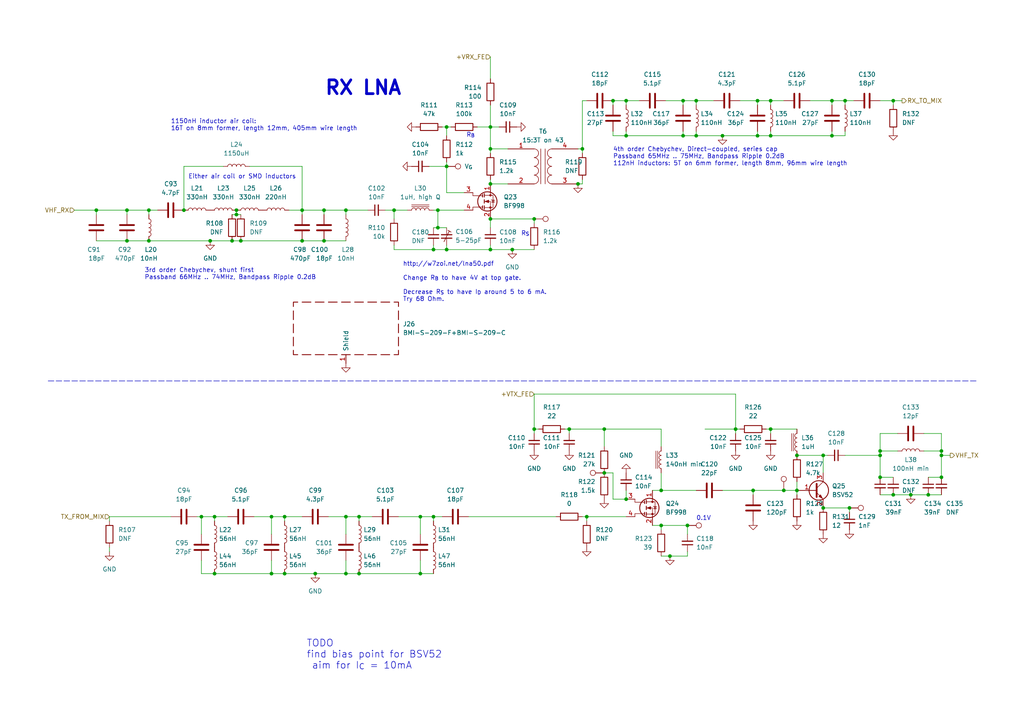
<source format=kicad_sch>
(kicad_sch (version 20211123) (generator eeschema)
  (paper "A4")
  (title_block (title "DART-70 TRX") (date "2023-03-06") (rev "0") (company "HB9EGM") (comment 1 "A 4m Band SSB/CW Transceiver") (comment 2 "VHF Frontend"))
  (junction (at 255.27 138.43))
  (junction (at 255.27 130.81))
  (junction (at 264.16 143.51))
  (junction (at 191.77 142.24))
  (junction (at 104.14 149.86))
  (junction (at 129.54 72.39))
  (junction (at 154.94 124.46))
  (junction (at 241.3 39.37))
  (junction (at 181.61 144.78))
  (junction (at 259.08 143.51))
  (junction (at 273.05 130.81))
  (junction (at 100.33 60.96))
  (junction (at 273.05 138.43))
  (junction (at 125.73 72.39))
  (junction (at 201.93 29.21))
  (junction (at 181.61 29.21))
  (junction (at 67.31 69.85))
  (junction (at 53.34 60.96))
  (junction (at 43.18 69.85))
  (junction (at 129.54 36.83))
  (junction (at 223.52 29.21))
  (junction (at 154.94 63.5))
  (junction (at 62.23 166.37))
  (junction (at 209.55 39.37))
  (junction (at 198.12 29.21))
  (junction (at 148.59 72.39))
  (junction (at 142.24 72.39))
  (junction (at 60.96 69.85))
  (junction (at 142.24 43.18))
  (junction (at 191.77 152.4))
  (junction (at 259.08 29.21))
  (junction (at 168.91 43.18))
  (junction (at 238.76 147.32))
  (junction (at 269.24 143.51))
  (junction (at 127 66.04))
  (junction (at 142.24 63.5))
  (junction (at 255.27 132.08))
  (junction (at 219.71 39.37))
  (junction (at 93.98 69.85))
  (junction (at 121.92 166.37))
  (junction (at 127 60.96))
  (junction (at 199.39 152.4))
  (junction (at 36.83 60.96))
  (junction (at 246.38 147.32))
  (junction (at 227.33 142.24))
  (junction (at 241.3 29.21))
  (junction (at 68.58 62.23))
  (junction (at 213.36 124.46))
  (junction (at 100.33 149.86))
  (junction (at 165.1 124.46))
  (junction (at 273.05 132.08))
  (junction (at 114.3 60.96))
  (junction (at 82.55 149.86))
  (junction (at 36.83 69.85))
  (junction (at 170.18 149.86))
  (junction (at 78.74 149.86))
  (junction (at 231.14 142.24))
  (junction (at 93.98 60.96))
  (junction (at 218.44 142.24))
  (junction (at 129.54 48.26))
  (junction (at 142.24 53.34))
  (junction (at 201.93 39.37))
  (junction (at 104.14 166.37))
  (junction (at 27.94 60.96))
  (junction (at 219.71 29.21))
  (junction (at 231.14 132.08))
  (junction (at 78.74 166.37))
  (junction (at 87.63 69.85))
  (junction (at 223.52 124.46))
  (junction (at 69.85 69.85))
  (junction (at 245.11 29.21))
  (junction (at 198.12 39.37))
  (junction (at 175.26 124.46))
  (junction (at 125.73 149.86))
  (junction (at 87.63 60.96))
  (junction (at 82.55 166.37))
  (junction (at 194.31 161.29))
  (junction (at 181.61 39.37))
  (junction (at 223.52 39.37))
  (junction (at 167.64 53.34))
  (junction (at 68.58 60.96))
  (junction (at 43.18 60.96))
  (junction (at 177.8 29.21))
  (junction (at 142.24 36.83))
  (junction (at 121.92 149.86))
  (junction (at 238.76 132.08))
  (junction (at 62.23 149.86))
  (junction (at 91.44 166.37))
  (junction (at 100.33 166.37))
  (junction (at 58.42 149.86))
  (junction (at 175.26 137.16))
  (wire (pts (xy 67.31 69.85) (xy 69.85 69.85)))
  (wire (pts (xy 181.61 29.21) (xy 181.61 30.48)))
  (wire (pts (xy 147.32 53.34) (xy 142.24 53.34)))
  (wire (pts (xy 219.71 39.37) (xy 219.71 38.1)))
  (wire (pts (xy 121.92 154.94) (xy 121.92 149.86)))
  (wire (pts (xy 93.98 60.96) (xy 93.98 62.23)))
  (wire (pts (xy 36.83 69.85) (xy 43.18 69.85)))
  (wire (pts (xy 213.36 125.73) (xy 213.36 124.46)))
  (wire (pts (xy 31.75 158.75) (xy 31.75 160.02)))
  (wire (pts (xy 154.94 125.73) (xy 154.94 124.46)))
  (wire (pts (xy 58.42 154.94) (xy 58.42 149.86)))
  (wire (pts (xy 273.05 138.43) (xy 269.24 138.43)))
  (wire (pts (xy 255.27 143.51) (xy 259.08 143.51)))
  (wire (pts (xy 238.76 132.08) (xy 240.03 132.08)))
  (wire (pts (xy 246.38 147.32) (xy 238.76 147.32)))
  (wire (pts (xy 82.55 151.13) (xy 82.55 149.86)))
  (wire (pts (xy 218.44 142.24) (xy 218.44 143.51)))
  (wire (pts (xy 255.27 130.81) (xy 255.27 132.08)))
  (wire (pts (xy 57.15 149.86) (xy 58.42 149.86)))
  (wire (pts (xy 31.75 149.86) (xy 49.53 149.86)))
  (wire (pts (xy 148.59 72.39) (xy 142.24 72.39)))
  (wire (pts (xy 223.52 39.37) (xy 241.3 39.37)))
  (wire (pts (xy 246.38 148.59) (xy 246.38 147.32)))
  (wire (pts (xy 177.8 137.16) (xy 177.8 144.78)))
  (wire (pts (xy 60.96 69.85) (xy 67.31 69.85)))
  (wire (pts (xy 27.94 60.96) (xy 36.83 60.96)))
  (wire (pts (xy 154.94 114.3) (xy 213.36 114.3)))
  (wire (pts (xy 125.73 60.96) (xy 127 60.96)))
  (wire (pts (xy 219.71 29.21) (xy 223.52 29.21)))
  (wire (pts (xy 87.63 69.85) (xy 93.98 69.85)))
  (wire (pts (xy 69.85 69.85) (xy 87.63 69.85)))
  (wire (pts (xy 142.24 53.34) (xy 142.24 52.07)))
  (wire (pts (xy 198.12 39.37) (xy 198.12 38.1)))
  (wire (pts (xy 273.05 132.08) (xy 273.05 138.43)))
  (wire (pts (xy 193.04 29.21) (xy 198.12 29.21)))
  (wire (pts (xy 191.77 152.4) (xy 189.23 152.4)))
  (wire (pts (xy 87.63 60.96) (xy 93.98 60.96)))
  (wire (pts (xy 241.3 39.37) (xy 241.3 38.1)))
  (polyline (pts (xy 13.97 110.49) (xy 283.21 110.49)))
  (wire (pts (xy 21.59 60.96) (xy 27.94 60.96)))
  (wire (pts (xy 31.75 151.13) (xy 31.75 149.86)))
  (wire (pts (xy 231.14 139.7) (xy 231.14 142.24)))
  (wire (pts (xy 43.18 69.85) (xy 60.96 69.85)))
  (wire (pts (xy 273.05 130.81) (xy 267.97 130.81)))
  (wire (pts (xy 142.24 63.5) (xy 142.24 66.04)))
  (wire (pts (xy 241.3 29.21) (xy 245.11 29.21)))
  (wire (pts (xy 177.8 144.78) (xy 181.61 144.78)))
  (wire (pts (xy 168.91 52.07) (xy 168.91 53.34)))
  (wire (pts (xy 72.39 48.26) (xy 87.63 48.26)))
  (wire (pts (xy 142.24 16.51) (xy 142.24 22.86)))
  (wire (pts (xy 175.26 124.46) (xy 191.77 124.46)))
  (wire (pts (xy 82.55 166.37) (xy 78.74 166.37)))
  (wire (pts (xy 181.61 29.21) (xy 185.42 29.21)))
  (wire (pts (xy 209.55 39.37) (xy 219.71 39.37)))
  (wire (pts (xy 121.92 162.56) (xy 121.92 166.37)))
  (wire (pts (xy 58.42 149.86) (xy 62.23 149.86)))
  (wire (pts (xy 93.98 69.85) (xy 100.33 69.85)))
  (wire (pts (xy 36.83 60.96) (xy 43.18 60.96)))
  (wire (pts (xy 128.27 36.83) (xy 129.54 36.83)))
  (wire (pts (xy 191.77 142.24) (xy 201.93 142.24)))
  (wire (pts (xy 73.66 149.86) (xy 78.74 149.86)))
  (wire (pts (xy 78.74 149.86) (xy 82.55 149.86)))
  (wire (pts (xy 121.92 149.86) (xy 125.73 149.86)))
  (wire (pts (xy 181.61 39.37) (xy 198.12 39.37)))
  (wire (pts (xy 273.05 130.81) (xy 273.05 132.08)))
  (wire (pts (xy 201.93 30.48) (xy 201.93 29.21)))
  (wire (pts (xy 199.39 160.02) (xy 199.39 161.29)))
  (wire (pts (xy 100.33 60.96) (xy 100.33 62.23)))
  (wire (pts (xy 199.39 161.29) (xy 194.31 161.29)))
  (wire (pts (xy 234.95 29.21) (xy 241.3 29.21)))
  (wire (pts (xy 170.18 29.21) (xy 168.91 29.21)))
  (wire (pts (xy 273.05 125.73) (xy 273.05 130.81)))
  (wire (pts (xy 114.3 72.39) (xy 125.73 72.39)))
  (wire (pts (xy 241.3 30.48) (xy 241.3 29.21)))
  (wire (pts (xy 213.36 124.46) (xy 214.63 124.46)))
  (wire (pts (xy 222.25 124.46) (xy 223.52 124.46)))
  (wire (pts (xy 78.74 162.56) (xy 78.74 166.37)))
  (wire (pts (xy 115.57 149.86) (xy 121.92 149.86)))
  (wire (pts (xy 241.3 39.37) (xy 245.11 39.37)))
  (wire (pts (xy 273.05 125.73) (xy 267.97 125.73)))
  (wire (pts (xy 142.24 72.39) (xy 142.24 71.12)))
  (wire (pts (xy 43.18 60.96) (xy 45.72 60.96)))
  (wire (pts (xy 142.24 36.83) (xy 142.24 30.48)))
  (wire (pts (xy 43.18 60.96) (xy 43.18 62.23)))
  (wire (pts (xy 168.91 53.34) (xy 167.64 53.34)))
  (wire (pts (xy 259.08 29.21) (xy 261.62 29.21)))
  (wire (pts (xy 142.24 44.45) (xy 142.24 43.18)))
  (wire (pts (xy 154.94 124.46) (xy 156.21 124.46)))
  (wire (pts (xy 191.77 161.29) (xy 194.31 161.29)))
  (wire (pts (xy 201.93 39.37) (xy 198.12 39.37)))
  (wire (pts (xy 100.33 154.94) (xy 100.33 149.86)))
  (wire (pts (xy 223.52 29.21) (xy 227.33 29.21)))
  (wire (pts (xy 198.12 30.48) (xy 198.12 29.21)))
  (wire (pts (xy 58.42 166.37) (xy 58.42 162.56)))
  (wire (pts (xy 135.89 149.86) (xy 161.29 149.86)))
  (wire (pts (xy 147.32 43.18) (xy 142.24 43.18)))
  (wire (pts (xy 125.73 72.39) (xy 129.54 72.39)))
  (wire (pts (xy 104.14 151.13) (xy 104.14 149.86)))
  (wire (pts (xy 125.73 66.04) (xy 127 66.04)))
  (wire (pts (xy 167.64 43.18) (xy 168.91 43.18)))
  (wire (pts (xy 68.58 60.96) (xy 68.58 62.23)))
  (wire (pts (xy 58.42 166.37) (xy 62.23 166.37)))
  (wire (pts (xy 165.1 125.73) (xy 165.1 124.46)))
  (wire (pts (xy 198.12 29.21) (xy 201.93 29.21)))
  (wire (pts (xy 213.36 114.3) (xy 213.36 124.46)))
  (wire (pts (xy 125.73 71.12) (xy 125.73 72.39)))
  (wire (pts (xy 154.94 72.39) (xy 148.59 72.39)))
  (wire (pts (xy 62.23 149.86) (xy 62.23 151.13)))
  (wire (pts (xy 129.54 36.83) (xy 129.54 39.37)))
  (wire (pts (xy 154.94 64.77) (xy 154.94 63.5)))
  (wire (pts (xy 255.27 130.81) (xy 260.35 130.81)))
  (wire (pts (xy 201.93 29.21) (xy 207.01 29.21)))
  (wire (pts (xy 125.73 151.13) (xy 125.73 149.86)))
  (wire (pts (xy 114.3 71.12) (xy 114.3 72.39)))
  (wire (pts (xy 177.8 39.37) (xy 181.61 39.37)))
  (wire (pts (xy 245.11 30.48) (xy 245.11 29.21)))
  (wire (pts (xy 168.91 44.45) (xy 168.91 43.18)))
  (wire (pts (xy 177.8 29.21) (xy 181.61 29.21)))
  (wire (pts (xy 259.08 30.48) (xy 259.08 29.21)))
  (wire (pts (xy 223.52 30.48) (xy 223.52 29.21)))
  (wire (pts (xy 104.14 166.37) (xy 121.92 166.37)))
  (wire (pts (xy 127 60.96) (xy 134.62 60.96)))
  (wire (pts (xy 223.52 125.73) (xy 223.52 124.46)))
  (wire (pts (xy 177.8 30.48) (xy 177.8 29.21)))
  (wire (pts (xy 127 66.04) (xy 127 60.96)))
  (wire (pts (xy 191.77 152.4) (xy 191.77 153.67)))
  (wire (pts (xy 201.93 39.37) (xy 209.55 39.37)))
  (wire (pts (xy 124.46 48.26) (xy 129.54 48.26)))
  (wire (pts (xy 100.33 60.96) (xy 106.68 60.96)))
  (wire (pts (xy 273.05 132.08) (xy 275.59 132.08)))
  (wire (pts (xy 245.11 29.21) (xy 247.65 29.21)))
  (wire (pts (xy 114.3 63.5) (xy 114.3 60.96)))
  (wire (pts (xy 62.23 149.86) (xy 66.04 149.86)))
  (wire (pts (xy 165.1 124.46) (xy 175.26 124.46)))
  (wire (pts (xy 91.44 166.37) (xy 100.33 166.37)))
  (wire (pts (xy 168.91 149.86) (xy 170.18 149.86)))
  (wire (pts (xy 129.54 46.99) (xy 129.54 48.26)))
  (wire (pts (xy 245.11 39.37) (xy 245.11 38.1)))
  (wire (pts (xy 121.92 166.37) (xy 125.73 166.37)))
  (wire (pts (xy 100.33 149.86) (xy 104.14 149.86)))
  (wire (pts (xy 130.81 36.83) (xy 129.54 36.83)))
  (wire (pts (xy 238.76 137.16) (xy 238.76 132.08)))
  (wire (pts (xy 95.25 149.86) (xy 100.33 149.86)))
  (wire (pts (xy 175.26 129.54) (xy 175.26 124.46)))
  (wire (pts (xy 201.93 39.37) (xy 201.93 38.1)))
  (wire (pts (xy 53.34 48.26) (xy 53.34 60.96)))
  (wire (pts (xy 255.27 125.73) (xy 255.27 130.81)))
  (wire (pts (xy 209.55 142.24) (xy 218.44 142.24)))
  (wire (pts (xy 219.71 30.48) (xy 219.71 29.21)))
  (wire (pts (xy 264.16 143.51) (xy 269.24 143.51)))
  (wire (pts (xy 191.77 129.54) (xy 191.77 124.46)))
  (wire (pts (xy 231.14 142.24) (xy 231.14 143.51)))
  (wire (pts (xy 104.14 149.86) (xy 107.95 149.86)))
  (wire (pts (xy 170.18 151.13) (xy 170.18 149.86)))
  (wire (pts (xy 27.94 69.85) (xy 36.83 69.85)))
  (wire (pts (xy 125.73 149.86) (xy 128.27 149.86)))
  (wire (pts (xy 82.55 149.86) (xy 87.63 149.86)))
  (wire (pts (xy 255.27 125.73) (xy 260.35 125.73)))
  (wire (pts (xy 64.77 48.26) (xy 53.34 48.26)))
  (wire (pts (xy 181.61 39.37) (xy 181.61 38.1)))
  (wire (pts (xy 227.33 142.24) (xy 231.14 142.24)))
  (wire (pts (xy 181.61 144.78) (xy 181.61 142.24)))
  (wire (pts (xy 154.94 63.5) (xy 142.24 63.5)))
  (wire (pts (xy 259.08 143.51) (xy 264.16 143.51)))
  (wire (pts (xy 87.63 48.26) (xy 87.63 60.96)))
  (wire (pts (xy 87.63 60.96) (xy 87.63 62.23)))
  (wire (pts (xy 214.63 29.21) (xy 219.71 29.21)))
  (wire (pts (xy 36.83 60.96) (xy 36.83 62.23)))
  (wire (pts (xy 223.52 39.37) (xy 223.52 38.1)))
  (wire (pts (xy 83.82 60.96) (xy 87.63 60.96)))
  (wire (pts (xy 245.11 132.08) (xy 255.27 132.08)))
  (wire (pts (xy 199.39 154.94) (xy 199.39 152.4)))
  (wire (pts (xy 255.27 138.43) (xy 259.08 138.43)))
  (wire (pts (xy 191.77 137.16) (xy 191.77 142.24)))
  (wire (pts (xy 189.23 142.24) (xy 191.77 142.24)))
  (wire (pts (xy 129.54 72.39) (xy 142.24 72.39)))
  (wire (pts (xy 218.44 142.24) (xy 227.33 142.24)))
  (wire (pts (xy 238.76 132.08) (xy 231.14 132.08)))
  (wire (pts (xy 78.74 154.94) (xy 78.74 149.86)))
  (wire (pts (xy 27.94 60.96) (xy 27.94 62.23)))
  (wire (pts (xy 255.27 29.21) (xy 259.08 29.21)))
  (wire (pts (xy 175.26 137.16) (xy 177.8 137.16)))
  (wire (pts (xy 142.24 36.83) (xy 144.78 36.83)))
  (wire (pts (xy 138.43 36.83) (xy 142.24 36.83)))
  (wire (pts (xy 204.47 124.46) (xy 213.36 124.46)))
  (wire (pts (xy 68.58 62.23) (xy 69.85 62.23)))
  (wire (pts (xy 168.91 29.21) (xy 168.91 43.18)))
  (wire (pts (xy 177.8 39.37) (xy 177.8 38.1)))
  (wire (pts (xy 129.54 55.88) (xy 134.62 55.88)))
  (wire (pts (xy 163.83 124.46) (xy 165.1 124.46)))
  (wire (pts (xy 111.76 60.96) (xy 114.3 60.96)))
  (wire (pts (xy 129.54 48.26) (xy 129.54 55.88)))
  (wire (pts (xy 129.54 66.04) (xy 127 66.04)))
  (wire (pts (xy 219.71 39.37) (xy 223.52 39.37)))
  (wire (pts (xy 170.18 149.86) (xy 181.61 149.86)))
  (wire (pts (xy 129.54 71.12) (xy 129.54 72.39)))
  (wire (pts (xy 100.33 166.37) (xy 104.14 166.37)))
  (wire (pts (xy 62.23 166.37) (xy 78.74 166.37)))
  (wire (pts (xy 114.3 60.96) (xy 118.11 60.96)))
  (wire (pts (xy 223.52 124.46) (xy 231.14 124.46)))
  (wire (pts (xy 142.24 43.18) (xy 142.24 36.83)))
  (wire (pts (xy 199.39 152.4) (xy 191.77 152.4)))
  (wire (pts (xy 269.24 143.51) (xy 273.05 143.51)))
  (wire (pts (xy 100.33 162.56) (xy 100.33 166.37)))
  (wire (pts (xy 255.27 132.08) (xy 255.27 138.43)))
  (wire (pts (xy 154.94 114.3) (xy 154.94 124.46)))
  (wire (pts (xy 67.31 62.23) (xy 68.58 62.23)))
  (wire (pts (xy 82.55 166.37) (xy 91.44 166.37)))
  (wire (pts (xy 93.98 60.96) (xy 100.33 60.96)))
  (text "R_{B}" (at 135.255 40.005 0) (effects (font (size 1.27 1.27)) (justify left bottom)))
  (text "R_{S}" (at 151.13 68.58 0) (effects (font (size 1.27 1.27)) (justify left bottom)))
  (text "RX LNA" (at 93.98 27.94 0) (effects (font (size 4 4) (thickness 0.8) bold) (justify left bottom)))
  (text "Either air coil or SMD inductors" (at 54.61 52.07 0) (effects (font (size 1.27 1.27)) (justify left bottom)))
  (text "TODO\nfind bias point for BSV52\n aim for I_{C} = 10mA" (at 88.9 194.31 0) (effects (font (size 2 2)) (justify left bottom)))
  (text "http://w7zoi.net/lna50.pdf\n\nChange R_{B} to have 4V at top gate.\n\nDecrease R_{S} to have I_{D} around 5 to 6 mA.\nTry 68 Ohm." (at 116.84 87.63 0) (effects (font (size 1.27 1.27)) (justify left bottom)))
  (text "4th order Chebychev, Direct-coupled, series cap\nPassband 65MHz .. 75MHz, Bandpass Ripple 0.2dB\n112nH inductors: 5T on 6mm former, length 8mm, 96mm wire length" (at 177.8 48.26 0) (effects (font (size 1.27 1.27)) (justify left bottom)))
  (text "1150nH inductor air coil:\n16T on 8mm former, length 12mm, 405mm wire length" (at 49.53 38.1 0) (effects (font (size 1.27 1.27)) (justify left bottom)))
  (text "0.1V" (at 201.93 151.13 0) (effects (font (size 1.27 1.27)) (justify left bottom)))
  (text "3rd order Chebychev, shunt first\nPassband 66MHz .. 74MHz, Bandpass Ripple 0.2dB" (at 41.91 81.28 0) (effects (font (size 1.27 1.27)) (justify left bottom)))
  (hierarchical_label "+VTX_FE" (shape input) (at 154.94 114.3 180))
  (hierarchical_label "+VRX_FE" (shape input) (at 142.24 16.51 180))
  (hierarchical_label "VHF_RX" (shape input) (at 21.59 60.96 180))
  (hierarchical_label "VHF_TX" (shape output) (at 275.59 132.08 0))
  (hierarchical_label "TX_FROM_MIX" (shape input) (at 31.75 149.86 180))
  (hierarchical_label "RX_TO_MIX" (shape output) (at 261.62 29.21 0))
  (symbol (lib_id "Device:C_Small") (at 121.92 48.26 90) (unit 1)
    (property "Reference" "C104" (at 121.9263 41.91 90))
    (property "Value" "10nF" (at 121.9263 44.45 90))
    (property "Footprint" "Capacitor_SMD:C_0805_2012Metric_Pad1.18x1.45mm_HandSolder" (effects hide))
    (property "MPN" "VJ0805A103KXJTBC" (effects hide))
    (property "Need_order" "0" (effects hide))
  )
  (symbol (lib_id "Device:R") (at 231.14 135.89 0) (mirror y) (unit 1)
    (property "Reference" "R127" (at 233.68 134.6199 0) (effects (justify right)))
    (property "Value" "4.7k" (at 233.68 137.1599 0) (effects (justify right)))
    (property "Footprint" "Resistor_SMD:R_0603_1608Metric_Pad0.98x0.95mm_HandSolder" (effects hide))
    (property "Need_order" "0" (effects hide))
  )
  (symbol (lib_id "Device:C_Small") (at 223.52 128.27 0) (mirror x) (unit 1)
    (property "Reference" "C125" (at 220.98 126.9935 0) (effects (justify right)))
    (property "Value" "10nF" (at 220.98 129.5335 0) (effects (justify right)))
    (property "Footprint" "Capacitor_SMD:C_0805_2012Metric_Pad1.18x1.45mm_HandSolder" (effects hide))
    (property "MPN" "VJ0805A103KXJTBC" (effects hide))
    (property "Need_order" "0" (effects hide))
  )
  (symbol (lib_id "Device:C_Small") (at 269.24 140.97 0) (mirror y) (unit 1)
    (property "Reference" "C134" (at 267.97 146.05 0) (effects (justify right)))
    (property "Value" "39nF" (at 267.97 148.59 0) (effects (justify right)))
    (property "Footprint" "Capacitor_SMD:C_0805_2012Metric_Pad1.18x1.45mm_HandSolder" (effects hide))
    (property "Need_order" "0" (effects hide))
  )
  (symbol (lib_id "Device:C") (at 173.99 29.21 90) (unit 1)
    (property "Reference" "C112" (at 173.99 21.59 90))
    (property "Value" "18pF" (at 173.99 24.13 90))
    (property "Footprint" "Capacitor_SMD:C_0603_1608Metric_Pad1.08x0.95mm_HandSolder" (effects hide))
    (property "Datasheet" "/home/bram/Sync/Doc/Datasheet/CBR KEMET capacitors.pdf" (effects hide))
    (property "MPN" "CBR" (effects hide))
    (property "Need_order" "0" (effects hide))
  )
  (symbol (lib_id "Connector:TestPoint") (at 199.39 152.4 270) (unit 1)
    (property "Reference" "TP8" (effects hide))
    (property "Value" "V_{S}" (effects hide))
    (property "Footprint" "TestPoint:TestPoint_Pad_D2.0mm" (effects hide))
    (property "Need_order" "0" (effects hide))
  )
  (symbol (lib_id "Device:C") (at 100.33 158.75 180) (unit 1)
    (property "Reference" "C101" (at 96.52 157.4799 0) (effects (justify left)))
    (property "Value" "36pF" (at 96.52 160.0199 0) (effects (justify left)))
    (property "Footprint" "Capacitor_SMD:C_0603_1608Metric_Pad1.08x0.95mm_HandSolder" (effects hide))
    (property "Datasheet" "/home/bram/Sync/Doc/Datasheet/CBR KEMET capacitors.pdf" (effects hide))
    (property "MPN" "CBR" (effects hide))
    (property "Need_order" "0" (effects hide))
  )
  (symbol (lib_id "Device:C") (at 205.74 142.24 90) (unit 1)
    (property "Reference" "C120" (at 205.74 134.62 90))
    (property "Value" "22pF" (at 205.74 137.16 90))
    (property "Footprint" "Capacitor_SMD:C_0603_1608Metric_Pad1.08x0.95mm_HandSolder" (effects hide))
    (property "Datasheet" "/home/bram/Sync/Doc/Datasheet/CBR KEMET capacitors.pdf" (effects hide))
    (property "MPN" "CBR" (effects hide))
    (property "Need_order" "0" (effects hide))
  )
  (symbol (lib_id "Device:R") (at 67.31 66.04 0) (unit 1)
    (property "Reference" "R108" (at 64.77 64.7699 0) (effects (justify right)))
    (property "Value" "DNF" (at 64.77 67.3099 0) (effects (justify right)))
    (property "Footprint" "Resistor_SMD:R_0805_2012Metric_Pad1.20x1.40mm_HandSolder" (effects hide))
    (property "Need_order" "0" (effects hide))
  )
  (symbol (lib_id "power:GND") (at 154.94 130.81 0) (mirror y) (unit 1)
    (property "Reference" "#PWR0164" (effects hide))
    (property "Value" "GND" (at 154.94 135.89 0))
  )
  (symbol (lib_id "Device:C") (at 241.3 34.29 180) (unit 1)
    (property "Reference" "C127" (at 237.49 33.0199 0) (effects (justify left)))
    (property "Value" "27pF" (at 237.49 35.5599 0) (effects (justify left)))
    (property "Footprint" "Capacitor_SMD:C_0603_1608Metric_Pad1.08x0.95mm_HandSolder" (effects hide))
    (property "Datasheet" "/home/bram/Sync/Doc/Datasheet/CBR KEMET capacitors.pdf" (effects hide))
    (property "MPN" "CBR" (effects hide))
    (property "Need_order" "0" (effects hide))
  )
  (symbol (lib_id "power:GND") (at 238.76 154.94 0) (unit 1)
    (property "Reference" "#PWR0177" (effects hide))
    (property "Value" "GND" (effects hide))
  )
  (symbol (lib_id "Device:R") (at 175.26 133.35 0) (mirror x) (unit 1)
    (property "Reference" "R121" (at 172.72 132.0799 0) (effects (justify right)))
    (property "Value" "27k" (at 172.72 134.6199 0) (effects (justify right)))
    (property "Footprint" "Resistor_SMD:R_0603_1608Metric_Pad0.98x0.95mm_HandSolder" (effects hide))
    (property "Need_order" "0" (effects hide))
  )
  (symbol (lib_id "Device:R") (at 129.54 43.18 0) (unit 1)
    (property "Reference" "R112" (at 132.08 41.9099 0) (effects (justify left)))
    (property "Value" "1k" (at 132.08 44.4499 0) (effects (justify left)))
    (property "Footprint" "Resistor_SMD:R_0603_1608Metric_Pad0.98x0.95mm_HandSolder" (effects hide))
    (property "Need_order" "0" (effects hide))
  )
  (symbol (lib_id "Connector:TestPoint") (at 227.33 142.24 0) (unit 1)
    (property "Reference" "TP9" (effects hide))
    (property "Value" "V_{G}" (effects hide))
    (property "Footprint" "TestPoint:TestPoint_Pad_D2.0mm" (effects hide))
    (property "Need_order" "0" (effects hide))
  )
  (symbol (lib_id "Device:L") (at 245.11 34.29 0) (unit 1)
    (property "Reference" "L37" (at 246.38 33.0199 0) (effects (justify left)))
    (property "Value" "110nH" (at 246.38 35.5599 0) (effects (justify left)))
    (property "Footprint" "mpb:AirCoil-8mm-or-2-series-1008" (effects hide))
    (property "MPN" "2x LQW2BAS56NG00L" (effects hide))
    (property "Need_order" "0" (effects hide))
  )
  (symbol (lib_id "power:GND") (at 167.64 53.34 0) (unit 1)
    (property "Reference" "#PWR0166" (effects hide))
    (property "Value" "GND" (effects hide))
  )
  (symbol (lib_id "Device:C") (at 111.76 149.86 270) (unit 1)
    (property "Reference" "C103" (at 111.76 142.24 90))
    (property "Value" "5.1pF" (at 111.76 144.78 90))
    (property "Footprint" "Capacitor_SMD:C_0603_1608Metric_Pad1.08x0.95mm_HandSolder" (effects hide))
    (property "Datasheet" "/home/bram/Sync/Doc/Datasheet/CBR KEMET capacitors.pdf" (effects hide))
    (property "MPN" "CBR" (effects hide))
    (property "Need_order" "0" (effects hide))
  )
  (symbol (lib_id "Device:C_Small") (at 181.61 139.7 0) (mirror y) (unit 1)
    (property "Reference" "C114" (at 184.15 138.4362 0) (effects (justify right)))
    (property "Value" "10nF" (at 184.15 140.9762 0) (effects (justify right)))
    (property "Footprint" "Capacitor_SMD:C_0805_2012Metric_Pad1.18x1.45mm_HandSolder" (effects hide))
    (property "MPN" "VJ0805A103KXJTBC" (effects hide))
    (property "Need_order" "0" (effects hide))
  )
  (symbol (lib_id "Connector:TestPoint") (at 246.38 147.32 270) (unit 1)
    (property "Reference" "TP10" (effects hide))
    (property "Value" "V_{E}" (effects hide))
    (property "Footprint" "TestPoint:TestPoint_Pad_D2.0mm" (effects hide))
    (property "Need_order" "0" (effects hide))
  )
  (symbol (lib_id "Device:C") (at 189.23 29.21 90) (unit 1)
    (property "Reference" "C115" (at 189.23 21.59 90))
    (property "Value" "5.1pF" (at 189.23 24.13 90))
    (property "Footprint" "Capacitor_SMD:C_0603_1608Metric_Pad1.08x0.95mm_HandSolder" (effects hide))
    (property "Datasheet" "/home/bram/Sync/Doc/Datasheet/CBR KEMET capacitors.pdf" (effects hide))
    (property "MPN" "CBR" (effects hide))
    (property "Need_order" "0" (effects hide))
  )
  (symbol (lib_id "Device:R") (at 231.14 147.32 0) (mirror y) (unit 1)
    (property "Reference" "R128" (at 233.68 146.0499 0) (effects (justify right)))
    (property "Value" "1k" (at 233.68 148.5899 0) (effects (justify right)))
    (property "Footprint" "Resistor_SMD:R_0603_1608Metric_Pad0.98x0.95mm_HandSolder" (effects hide))
    (property "Need_order" "0" (effects hide))
  )
  (symbol (lib_id "Connector:TestPoint") (at 154.94 63.5 270) (unit 1)
    (property "Reference" "TP6" (effects hide))
    (property "Value" "V_{S}" (effects hide))
    (property "Footprint" "TestPoint:TestPoint_Pad_D2.0mm" (effects hide))
    (property "Need_order" "0" (effects hide))
  )
  (symbol (lib_id "Device:L") (at 57.15 60.96 90) (unit 1)
    (property "Reference" "L21" (at 57.15 54.61 90))
    (property "Value" "330nH" (at 57.15 57.15 90))
    (property "Footprint" "Inductor_SMD:L_0805_2012Metric_Pad1.15x1.40mm_HandSolder" (effects hide))
    (property "MPN" "LQW2BASR33G00L" (effects hide))
    (property "Need_order" "0" (effects hide))
  )
  (symbol (lib_id "Device:C") (at 264.16 125.73 90) (unit 1)
    (property "Reference" "C133" (at 264.16 118.11 90))
    (property "Value" "12pF" (at 264.16 120.65 90))
    (property "Footprint" "Capacitor_SMD:C_0603_1608Metric_Pad1.08x0.95mm_HandSolder" (effects hide))
    (property "Datasheet" "/home/bram/Sync/Doc/Datasheet/CBR KEMET capacitors.pdf" (effects hide))
    (property "MPN" "CBR" (effects hide))
    (property "Need_order" "0" (effects hide))
  )
  (symbol (lib_id "Connector:TestPoint") (at 175.26 137.16 90) (unit 1)
    (property "Reference" "TP7" (effects hide))
    (property "Value" "V_{G1}" (effects hide))
    (property "Footprint" "TestPoint:TestPoint_Pad_D2.0mm" (effects hide))
    (property "Need_order" "0" (effects hide))
  )
  (symbol (lib_id "Device:L") (at 125.73 162.56 0) (unit 1)
    (property "Reference" "L47" (at 127 161.2899 0) (effects (justify left)))
    (property "Value" "56nH" (at 127 163.8299 0) (effects (justify left)))
    (property "Footprint" "Inductor_SMD:L_1008_2520Metric_Pad1.43x2.20mm_HandSolder" (effects hide))
    (property "MPN" "LQW2BAS56NG00L" (effects hide))
    (property "Need_order" "0" (effects hide))
  )
  (symbol (lib_id "Device:C") (at 91.44 149.86 270) (unit 1)
    (property "Reference" "C99" (at 91.44 142.24 90))
    (property "Value" "4.3pF" (at 91.44 144.78 90))
    (property "Footprint" "Capacitor_SMD:C_0603_1608Metric_Pad1.08x0.95mm_HandSolder" (effects hide))
    (property "Datasheet" "/home/bram/Sync/Doc/Datasheet/CBR KEMET capacitors.pdf" (effects hide))
    (property "MPN" "CBR" (effects hide))
    (property "Need_order" "0" (effects hide))
  )
  (symbol (lib_id "Device:C") (at 219.71 34.29 180) (unit 1)
    (property "Reference" "C124" (at 215.9 33.0199 0) (effects (justify left)))
    (property "Value" "36pF" (at 215.9 35.5599 0) (effects (justify left)))
    (property "Footprint" "Capacitor_SMD:C_0603_1608Metric_Pad1.08x0.95mm_HandSolder" (effects hide))
    (property "Datasheet" "/home/bram/Sync/Doc/Datasheet/CBR KEMET capacitors.pdf" (effects hide))
    (property "MPN" "CBR" (effects hide))
    (property "Need_order" "0" (effects hide))
  )
  (symbol (lib_id "Device:L") (at 72.39 60.96 90) (unit 1)
    (property "Reference" "L25" (at 72.39 54.61 90))
    (property "Value" "330nH" (at 72.39 57.15 90))
    (property "Footprint" "Inductor_SMD:L_0805_2012Metric_Pad1.15x1.40mm_HandSolder" (effects hide))
    (property "MPN" "LQW2BASR33G00L" (effects hide))
    (property "Need_order" "0" (effects hide))
  )
  (symbol (lib_id "Device:R") (at 165.1 149.86 270) (unit 1)
    (property "Reference" "R118" (at 165.1 143.51 90))
    (property "Value" "0" (at 165.1 146.05 90))
    (property "Footprint" "Resistor_SMD:R_0603_1608Metric_Pad0.98x0.95mm_HandSolder" (effects hide))
    (property "Need_order" "0" (effects hide))
  )
  (symbol (lib_id "power:GND") (at 120.65 36.83 270) (unit 1)
    (property "Reference" "#PWR0161" (effects hide))
    (property "Value" "GND" (effects hide))
  )
  (symbol (lib_id "Device:C_Small") (at 242.57 132.08 270) (mirror x) (unit 1)
    (property "Reference" "C128" (at 242.5636 125.73 90))
    (property "Value" "10nF" (at 242.5636 128.27 90))
    (property "Footprint" "Capacitor_SMD:C_0805_2012Metric_Pad1.18x1.45mm_HandSolder" (effects hide))
    (property "MPN" "VJ0805A103KXJTBC" (effects hide))
    (property "Need_order" "0" (effects hide))
  )
  (symbol (lib_id "power:GND") (at 259.08 38.1 0) (unit 1)
    (property "Reference" "#PWR0180" (effects hide))
    (property "Value" "GND" (effects hide))
  )
  (symbol (lib_id "Device:C") (at 53.34 149.86 90) (unit 1)
    (property "Reference" "C94" (at 53.34 142.24 90))
    (property "Value" "18pF" (at 53.34 144.78 90))
    (property "Footprint" "Capacitor_SMD:C_0603_1608Metric_Pad1.08x0.95mm_HandSolder" (effects hide))
    (property "Datasheet" "/home/bram/Sync/Doc/Datasheet/CBR KEMET capacitors.pdf" (effects hide))
    (property "MPN" "CBR" (effects hide))
    (property "Need_order" "0" (effects hide))
  )
  (symbol (lib_id "power:GND") (at 170.18 158.75 0) (unit 1)
    (property "Reference" "#PWR0167" (effects hide))
    (property "Value" "GND" (effects hide))
  )
  (symbol (lib_id "Device:L") (at 62.23 154.94 0) (unit 1)
    (property "Reference" "L22" (at 63.5 153.6699 0) (effects (justify left)))
    (property "Value" "56nH" (at 63.5 156.2099 0) (effects (justify left)))
    (property "Footprint" "Inductor_SMD:L_1008_2520Metric_Pad1.43x2.20mm_HandSolder" (effects hide))
    (property "MPN" "LQW2BAS56NG00L" (effects hide))
    (property "Need_order" "0" (effects hide))
  )
  (symbol (lib_id "Device:C_Small") (at 259.08 140.97 0) (mirror y) (unit 1)
    (property "Reference" "C132" (at 261.62 139.7062 0) (effects (justify right)))
    (property "Value" "DNF" (at 261.62 142.2462 0) (effects (justify right)))
    (property "Footprint" "Capacitor_SMD:C_0805_2012Metric_Pad1.18x1.45mm_HandSolder" (effects hide))
    (property "Need_order" "0" (effects hide))
  )
  (symbol (lib_id "power:GND") (at 231.14 151.13 0) (unit 1)
    (property "Reference" "#PWR0176" (effects hide))
    (property "Value" "GND" (effects hide))
  )
  (symbol (lib_id "Device:R") (at 154.94 68.58 0) (unit 1)
    (property "Reference" "R116" (at 157.48 67.3099 0) (effects (justify left)))
    (property "Value" "1.2k" (at 157.48 69.8499 0) (effects (justify left)))
    (property "Footprint" "Resistor_SMD:R_0603_1608Metric_Pad0.98x0.95mm_HandSolder" (effects hide))
    (property "Need_order" "0" (effects hide))
  )
  (symbol (lib_id "Device:C") (at 251.46 29.21 90) (unit 1)
    (property "Reference" "C130" (at 251.46 21.59 90))
    (property "Value" "18pF" (at 251.46 24.13 90))
    (property "Footprint" "Capacitor_SMD:C_0603_1608Metric_Pad1.08x0.95mm_HandSolder" (effects hide))
    (property "Datasheet" "/home/bram/Sync/Doc/Datasheet/CBR KEMET capacitors.pdf" (effects hide))
    (property "MPN" "CBR" (effects hide))
    (property "Need_order" "0" (effects hide))
  )
  (symbol (lib_id "Device:C_Small") (at 142.24 68.58 0) (unit 1)
    (property "Reference" "C108" (at 144.78 67.3162 0) (effects (justify left)))
    (property "Value" "10nF" (at 144.78 69.8562 0) (effects (justify left)))
    (property "Footprint" "Capacitor_SMD:C_0805_2012Metric_Pad1.18x1.45mm_HandSolder" (effects hide))
    (property "MPN" "VJ0805A103KXJTBC" (effects hide))
    (property "Need_order" "0" (effects hide))
  )
  (symbol (lib_id "Device:R") (at 69.85 66.04 0) (unit 1)
    (property "Reference" "R109" (at 72.39 64.7699 0) (effects (justify left)))
    (property "Value" "DNF" (at 72.39 67.3099 0) (effects (justify left)))
    (property "Footprint" "Resistor_SMD:R_0805_2012Metric_Pad1.20x1.40mm_HandSolder" (effects hide))
    (property "Need_order" "0" (effects hide))
  )
  (symbol (lib_id "mpb:BF998") (at 186.69 147.32 0) (unit 1)
    (property "Reference" "Q24" (at 193.04 146.0499 0) (effects (justify left)))
    (property "Value" "BF998" (at 193.04 148.5899 0) (effects (justify left)))
    (property "Footprint" "Package_TO_SOT_SMD:SOT-143" (effects hide))
    (property "Datasheet" "/home/bram/Sync/Doc/Datasheet/BF998.pdf" (effects hide))
    (property "MPN" "BF998E6327HTSA1" (effects hide))
    (property "Need_order" "0" (effects hide))
  )
  (symbol (lib_id "Transistor_BJT:MMBT3904") (at 236.22 142.24 0) (unit 1)
    (property "Reference" "Q25" (at 241.3 140.9699 0) (effects (justify left)))
    (property "Value" "BSV52" (at 241.3 143.5099 0) (effects (justify left)))
    (property "Footprint" "Package_TO_SOT_SMD:SOT-23" (effects hide))
    (property "Datasheet" "/home/bram/Sync/Doc/Datasheet/BSV52LT1_D-1803134.pdf" (effects hide))
    (property "MPN" "BSV52LT1G" (effects hide))
    (property "Need_order" "0" (effects hide))
  )
  (symbol (lib_id "Device:C") (at 177.8 34.29 180) (unit 1)
    (property "Reference" "C113" (at 170.18 33.02 0) (effects (justify right)))
    (property "Value" "27pF" (at 170.18 35.56 0) (effects (justify right)))
    (property "Footprint" "Capacitor_SMD:C_0603_1608Metric_Pad1.08x0.95mm_HandSolder" (effects hide))
    (property "Datasheet" "/home/bram/Sync/Doc/Datasheet/CBR KEMET capacitors.pdf" (effects hide))
    (property "MPN" "CBR" (effects hide))
    (property "Need_order" "0" (effects hide))
  )
  (symbol (lib_id "power:GND") (at 246.38 153.67 0) (unit 1)
    (property "Reference" "#PWR0179" (effects hide))
    (property "Value" "GND" (effects hide))
  )
  (symbol (lib_id "power:GND") (at 175.26 144.78 0) (mirror y) (unit 1)
    (property "Reference" "#PWR0168" (effects hide))
    (property "Value" "GND" (effects hide))
  )
  (symbol (lib_id "Device:C") (at 218.44 147.32 180) (unit 1)
    (property "Reference" "C123" (at 222.25 146.0499 0) (effects (justify right)))
    (property "Value" "120pF" (at 222.25 148.5899 0) (effects (justify right)))
    (property "Footprint" "Capacitor_SMD:C_0805_2012Metric_Pad1.18x1.45mm_HandSolder" (effects hide))
    (property "MPN" "VJ0805A121GXXPBC" (effects hide))
    (property "Need_order" "0" (effects hide))
  )
  (symbol (lib_id "Device:C_Trim_Small") (at 129.54 68.58 0) (unit 1)
    (property "Reference" "C106" (at 132.08 67.1829 0) (effects (justify left)))
    (property "Value" "5-25pF" (at 132.08 69.7229 0) (effects (justify left)))
    (property "Footprint" "mpb:C_Trimmer_Voltronics_JZ" (effects hide))
    (property "Datasheet" "/home/bram/Sync/Doc/Datasheet/J_Series_Trim-cap-Knowles.pdf" (effects hide))
    (property "MPN" "JZ-300" (effects hide))
    (property "Need_order" "0" (effects hide))
  )
  (symbol (lib_id "Device:L") (at 100.33 66.04 0) (unit 1)
    (property "Reference" "L28" (at 99.06 72.39 0) (effects (justify left)))
    (property "Value" "10nH" (at 97.79 74.93 0) (effects (justify left)))
    (property "Footprint" "Inductor_SMD:L_0805_2012Metric_Pad1.15x1.40mm_HandSolder" (effects hide))
    (property "MPN" "LQW18AS10NJ00D" (effects hide))
    (property "Need_order" "0" (effects hide))
  )
  (symbol (lib_id "power:GND") (at 213.36 130.81 0) (mirror y) (unit 1)
    (property "Reference" "#PWR0173" (effects hide))
    (property "Value" "GND" (at 213.36 135.89 0))
  )
  (symbol (lib_id "Device:R") (at 124.46 36.83 90) (unit 1)
    (property "Reference" "R111" (at 124.46 30.48 90))
    (property "Value" "47k" (at 124.46 33.02 90))
    (property "Footprint" "Resistor_SMD:R_0603_1608Metric_Pad0.98x0.95mm_HandSolder" (effects hide))
    (property "Need_order" "0" (effects hide))
  )
  (symbol (lib_id "power:GND") (at 209.55 39.37 0) (unit 1)
    (property "Reference" "#PWR0172" (effects hide))
    (property "Value" "GND" (effects hide))
  )
  (symbol (lib_id "Device:C") (at 36.83 66.04 180) (unit 1)
    (property "Reference" "C92" (at 38.1 72.39 0) (effects (justify left)))
    (property "Value" "470pF" (at 39.37 74.93 0) (effects (justify left)))
    (property "Footprint" "Capacitor_SMD:C_0805_2012Metric_Pad1.18x1.45mm_HandSolder" (effects hide))
    (property "Datasheet" "/home/bram/Sync/Doc/Datasheet/08051Axxx kyocera avx capacitor.pdf" (effects hide))
    (property "MPN" "08051A471GAT2A" (effects hide))
    (property "Need_order" "0" (effects hide))
  )
  (symbol (lib_id "Device:L") (at 80.01 60.96 90) (unit 1)
    (property "Reference" "L26" (at 80.01 54.61 90))
    (property "Value" "220nH" (at 80.01 57.15 90))
    (property "Footprint" "Inductor_SMD:L_0805_2012Metric_Pad1.15x1.40mm_HandSolder" (effects hide))
    (property "MPN" "LQW2BASR22J00L" (effects hide))
    (property "Need_order" "0" (effects hide))
  )
  (symbol (lib_id "Device:L") (at 264.16 130.81 90) (unit 1)
    (property "Reference" "L38" (at 264.16 133.35 90))
    (property "Value" "100nH min" (at 264.16 135.89 90))
    (property "Footprint" "mpb:AirCoil-8mm-or-2-series-1008" (effects hide))
    (property "Description" "NEOSID 00 5261 00 originally, 115nH minimum" (effects hide))
    (property "Need_order" "0" (effects hide))
  )
  (symbol (lib_id "Device:C_Small") (at 165.1 128.27 0) (mirror x) (unit 1)
    (property "Reference" "C111" (at 162.56 126.9935 0) (effects (justify right)))
    (property "Value" "10nF" (at 162.56 129.5335 0) (effects (justify right)))
    (property "Footprint" "Capacitor_SMD:C_0805_2012Metric_Pad1.18x1.45mm_HandSolder" (effects hide))
    (property "MPN" "VJ0805A103KXJTBC" (effects hide))
    (property "Need_order" "0" (effects hide))
  )
  (symbol (lib_id "Device:R") (at 160.02 124.46 270) (mirror x) (unit 1)
    (property "Reference" "R117" (at 160.02 118.11 90))
    (property "Value" "22" (at 160.02 120.65 90))
    (property "Footprint" "Resistor_SMD:R_0603_1608Metric_Pad0.98x0.95mm_HandSolder" (effects hide))
    (property "Need_order" "0" (effects hide))
  )
  (symbol (lib_id "Device:C_Small") (at 125.73 68.58 0) (mirror y) (unit 1)
    (property "Reference" "C180" (at 119.38 67.31 0) (effects (justify right)))
    (property "Value" "DNF" (at 119.38 69.85 0) (effects (justify right)))
    (property "Footprint" "Capacitor_SMD:C_0805_2012Metric_Pad1.18x1.45mm_HandSolder" (effects hide))
    (property "Need_order" "0" (effects hide))
  )
  (symbol (lib_id "Device:C") (at 231.14 29.21 270) (unit 1)
    (property "Reference" "C126" (at 231.14 21.59 90))
    (property "Value" "5.1pF" (at 231.14 24.13 90))
    (property "Footprint" "Capacitor_SMD:C_0603_1608Metric_Pad1.08x0.95mm_HandSolder" (effects hide))
    (property "Datasheet" "/home/bram/Sync/Doc/Datasheet/CBR KEMET capacitors.pdf" (effects hide))
    (property "MPN" "CBR" (effects hide))
    (property "Need_order" "0" (effects hide))
  )
  (symbol (lib_id "power:GND") (at 100.33 105.41 0) (mirror y) (unit 1)
    (property "Reference" "#PWR0159" (effects hide))
    (property "Value" "GND" (effects hide))
  )
  (symbol (lib_id "Connector:TestPoint") (at 129.54 48.26 270) (unit 1)
    (property "Reference" "TP5" (effects hide))
    (property "Value" "V_{G}" (at 135.89 48.26 90))
    (property "Footprint" "TestPoint:TestPoint_Pad_D2.0mm" (effects hide))
    (property "Need_order" "0" (effects hide))
  )
  (symbol (lib_id "Device:Transformer_1P_1S") (at 157.48 48.26 0) (unit 1)
    (property "Reference" "T6" (at 157.4927 38.1 0))
    (property "Value" "15:3T on 43" (at 157.4927 40.64 0))
    (property "Footprint" "mpb:four_4mm_pads_narrow" (effects hide))
    (property "Need_order" "0" (effects hide))
  )
  (symbol (lib_id "Device:C") (at 27.94 66.04 180) (unit 1)
    (property "Reference" "C91" (at 29.21 72.39 0) (effects (justify left)))
    (property "Value" "18pF" (at 30.48 74.93 0) (effects (justify left)))
    (property "Footprint" "Capacitor_SMD:C_0603_1608Metric_Pad1.08x0.95mm_HandSolder" (effects hide))
    (property "Datasheet" "/home/bram/Sync/Doc/Datasheet/CBR KEMET capacitors.pdf" (effects hide))
    (property "MPN" "CBR" (effects hide))
    (property "Need_order" "0" (effects hide))
  )
  (symbol (lib_id "Device:R") (at 142.24 48.26 0) (unit 1)
    (property "Reference" "R115" (at 144.78 46.9899 0) (effects (justify left)))
    (property "Value" "1.2k" (at 144.78 49.5299 0) (effects (justify left)))
    (property "Footprint" "Resistor_SMD:R_0603_1608Metric_Pad0.98x0.95mm_HandSolder" (effects hide))
    (property "Need_order" "0" (effects hide))
  )
  (symbol (lib_id "power:GND") (at 60.96 69.85 0) (unit 1)
    (property "Reference" "#PWR0236" (effects hide))
    (property "Value" "GND" (at 60.96 74.93 0))
  )
  (symbol (lib_id "Device:C") (at 93.98 66.04 180) (unit 1)
    (property "Reference" "C100" (at 95.25 72.39 0) (effects (justify left)))
    (property "Value" "18pF" (at 96.52 74.93 0) (effects (justify left)))
    (property "Footprint" "Capacitor_SMD:C_0603_1608Metric_Pad1.08x0.95mm_HandSolder" (effects hide))
    (property "Datasheet" "/home/bram/Sync/Doc/Datasheet/CBR KEMET capacitors.pdf" (effects hide))
    (property "MPN" "CBR" (effects hide))
    (property "Need_order" "0" (effects hide))
  )
  (symbol (lib_id "Device:R") (at 114.3 67.31 0) (unit 1)
    (property "Reference" "R110" (at 111.76 66.0399 0) (effects (justify right)))
    (property "Value" "10k" (at 111.76 68.5799 0) (effects (justify right)))
    (property "Footprint" "Resistor_SMD:R_0603_1608Metric_Pad0.98x0.95mm_HandSolder" (effects hide))
    (property "Need_order" "0" (effects hide))
  )
  (symbol (lib_id "power:GND") (at 194.31 161.29 0) (unit 1)
    (property "Reference" "#PWR0170" (effects hide))
    (property "Value" "GND" (effects hide))
  )
  (symbol (lib_id "power:GND") (at 149.86 36.83 90) (unit 1)
    (property "Reference" "#PWR0163" (effects hide))
    (property "Value" "GND" (effects hide))
  )
  (symbol (lib_id "Device:R") (at 175.26 140.97 0) (mirror y) (unit 1)
    (property "Reference" "R122" (at 172.72 139.6999 0) (effects (justify left)))
    (property "Value" "1.5k" (at 172.72 142.2399 0) (effects (justify left)))
    (property "Footprint" "Resistor_SMD:R_0603_1608Metric_Pad0.98x0.95mm_HandSolder" (effects hide))
    (property "Need_order" "0" (effects hide))
  )
  (symbol (lib_id "Device:C") (at 58.42 158.75 180) (unit 1)
    (property "Reference" "C95" (at 50.8 157.48 0) (effects (justify right)))
    (property "Value" "27pF" (at 50.8 160.02 0) (effects (justify right)))
    (property "Footprint" "Capacitor_SMD:C_0603_1608Metric_Pad1.08x0.95mm_HandSolder" (effects hide))
    (property "Datasheet" "/home/bram/Sync/Doc/Datasheet/CBR KEMET capacitors.pdf" (effects hide))
    (property "MPN" "CBR" (effects hide))
    (property "Need_order" "0" (effects hide))
  )
  (symbol (lib_id "power:GND") (at 218.44 151.13 0) (unit 1)
    (property "Reference" "#PWR0174" (effects hide))
    (property "Value" "GND" (effects hide))
  )
  (symbol (lib_id "Device:L") (at 223.52 34.29 0) (unit 1)
    (property "Reference" "L35" (at 224.79 33.0199 0) (effects (justify left)))
    (property "Value" "110nH" (at 224.79 35.5599 0) (effects (justify left)))
    (property "Footprint" "mpb:AirCoil-8mm-or-2-series-1008" (effects hide))
    (property "MPN" "2x LQW2BAS56NG00L" (effects hide))
    (property "Need_order" "0" (effects hide))
  )
  (symbol (lib_id "Device:C_Small") (at 213.36 128.27 0) (mirror x) (unit 1)
    (property "Reference" "C122" (at 210.82 126.9935 0) (effects (justify right)))
    (property "Value" "10nF" (at 210.82 129.5335 0) (effects (justify right)))
    (property "Footprint" "Capacitor_SMD:C_0805_2012Metric_Pad1.18x1.45mm_HandSolder" (effects hide))
    (property "MPN" "VJ0805A103KXJTBC" (effects hide))
    (property "Need_order" "0" (effects hide))
  )
  (symbol (lib_id "Device:R") (at 191.77 157.48 0) (unit 1)
    (property "Reference" "R123" (at 189.23 156.2099 0) (effects (justify right)))
    (property "Value" "39" (at 189.23 158.7499 0) (effects (justify right)))
    (property "Footprint" "Resistor_SMD:R_0603_1608Metric_Pad0.98x0.95mm_HandSolder" (effects hide))
    (property "Need_order" "0" (effects hide))
  )
  (symbol (lib_id "Device:L") (at 181.61 34.29 0) (unit 1)
    (property "Reference" "L32" (at 182.88 33.0199 0) (effects (justify left)))
    (property "Value" "110nH" (at 182.88 35.5599 0) (effects (justify left)))
    (property "Footprint" "mpb:AirCoil-8mm-or-2-series-1008" (effects hide))
    (property "MPN" "2x LQW2BAS56NG00L" (effects hide))
    (property "Need_order" "0" (effects hide))
  )
  (symbol (lib_id "Device:L") (at 62.23 162.56 0) (unit 1)
    (property "Reference" "L44" (at 63.5 161.2899 0) (effects (justify left)))
    (property "Value" "56nH" (at 63.5 163.8299 0) (effects (justify left)))
    (property "Footprint" "Inductor_SMD:L_1008_2520Metric_Pad1.43x2.20mm_HandSolder" (effects hide))
    (property "MPN" "LQW2BAS56NG00L" (effects hide))
    (property "Need_order" "0" (effects hide))
  )
  (symbol (lib_id "Device:C_Small") (at 199.39 157.48 180) (unit 1)
    (property "Reference" "C118" (at 201.93 156.2035 0) (effects (justify right)))
    (property "Value" "10nF" (at 201.93 158.7435 0) (effects (justify right)))
    (property "Footprint" "Capacitor_SMD:C_0805_2012Metric_Pad1.18x1.45mm_HandSolder" (effects hide))
    (property "MPN" "VJ0805A103KXJTBC" (effects hide))
    (property "Need_order" "0" (effects hide))
  )
  (symbol (lib_id "Device:C") (at 69.85 149.86 90) (unit 1)
    (property "Reference" "C96" (at 69.85 142.24 90))
    (property "Value" "5.1pF" (at 69.85 144.78 90))
    (property "Footprint" "Capacitor_SMD:C_0603_1608Metric_Pad1.08x0.95mm_HandSolder" (effects hide))
    (property "Datasheet" "/home/bram/Sync/Doc/Datasheet/CBR KEMET capacitors.pdf" (effects hide))
    (property "MPN" "CBR" (effects hide))
    (property "Need_order" "0" (effects hide))
  )
  (symbol (lib_id "Device:L") (at 201.93 34.29 0) (unit 1)
    (property "Reference" "L34" (at 203.2 33.0199 0) (effects (justify left)))
    (property "Value" "110nH" (at 203.2 35.5599 0) (effects (justify left)))
    (property "Footprint" "mpb:AirCoil-8mm-or-2-series-1008" (effects hide))
    (property "MPN" "2x LQW2BAS56NG00L" (effects hide))
    (property "Need_order" "0" (effects hide))
  )
  (symbol (lib_id "Device:C") (at 121.92 158.75 180) (unit 1)
    (property "Reference" "C105" (at 118.11 157.4799 0) (effects (justify left)))
    (property "Value" "27pF" (at 118.11 160.0199 0) (effects (justify left)))
    (property "Footprint" "Capacitor_SMD:C_0603_1608Metric_Pad1.08x0.95mm_HandSolder" (effects hide))
    (property "Datasheet" "/home/bram/Sync/Doc/Datasheet/CBR KEMET capacitors.pdf" (effects hide))
    (property "MPN" "CBR" (effects hide))
    (property "Need_order" "0" (effects hide))
  )
  (symbol (lib_id "Device:R") (at 31.75 154.94 180) (unit 1)
    (property "Reference" "R107" (at 34.29 153.6699 0) (effects (justify right)))
    (property "Value" "DNF" (at 34.29 156.2099 0) (effects (justify right)))
    (property "Footprint" "Resistor_SMD:R_0603_1608Metric_Pad0.98x0.95mm_HandSolder" (effects hide))
    (property "Need_order" "0" (effects hide))
  )
  (symbol (lib_id "Device:C") (at 132.08 149.86 90) (unit 1)
    (property "Reference" "C107" (at 132.08 142.24 90))
    (property "Value" "18pF" (at 132.08 144.78 90))
    (property "Footprint" "Capacitor_SMD:C_0603_1608Metric_Pad1.08x0.95mm_HandSolder" (effects hide))
    (property "Datasheet" "/home/bram/Sync/Doc/Datasheet/CBR KEMET capacitors.pdf" (effects hide))
    (property "MPN" "CBR" (effects hide))
    (property "Need_order" "0" (effects hide))
  )
  (symbol (lib_id "Device:L") (at 82.55 162.56 0) (unit 1)
    (property "Reference" "L45" (at 83.82 161.2899 0) (effects (justify left)))
    (property "Value" "56nH" (at 83.82 163.8299 0) (effects (justify left)))
    (property "Footprint" "Inductor_SMD:L_1008_2520Metric_Pad1.43x2.20mm_HandSolder" (effects hide))
    (property "MPN" "LQW2BAS56NG00L" (effects hide))
    (property "Need_order" "0" (effects hide))
  )
  (symbol (lib_id "Device:R") (at 168.91 48.26 180) (unit 1)
    (property "Reference" "R119" (at 163.83 46.99 0) (effects (justify right)))
    (property "Value" "DNF" (at 163.83 49.53 0) (effects (justify right)))
    (property "Footprint" "Resistor_SMD:R_0603_1608Metric_Pad0.98x0.95mm_HandSolder" (effects hide))
    (property "Need_order" "0" (effects hide))
  )
  (symbol (lib_id "Device:C") (at 49.53 60.96 270) (unit 1)
    (property "Reference" "C93" (at 49.53 53.34 90))
    (property "Value" "4.7pF" (at 49.53 55.88 90))
    (property "Footprint" "Capacitor_SMD:C_0603_1608Metric_Pad1.08x0.95mm_HandSolder" (effects hide))
    (property "Datasheet" "/home/bram/Sync/Doc/Datasheet/CBR KEMET capacitors.pdf" (effects hide))
    (property "MPN" "CBR" (effects hide))
    (property "Need_order" "0" (effects hide))
  )
  (symbol (lib_id "power:GND") (at 223.52 130.81 0) (mirror y) (unit 1)
    (property "Reference" "#PWR0175" (effects hide))
    (property "Value" "GND" (at 223.52 135.89 0))
  )
  (symbol (lib_id "Device:C_Small") (at 147.32 36.83 270) (unit 1)
    (property "Reference" "C109" (at 147.3136 30.48 90))
    (property "Value" "10nF" (at 147.3136 33.02 90))
    (property "Footprint" "Capacitor_SMD:C_0805_2012Metric_Pad1.18x1.45mm_HandSolder" (effects hide))
    (property "MPN" "VJ0805A103KXJTBC" (effects hide))
    (property "Need_order" "0" (effects hide))
  )
  (symbol (lib_id "power:GND") (at 91.44 166.37 0) (unit 1)
    (property "Reference" "#PWR0158" (effects hide))
    (property "Value" "GND" (at 91.44 171.45 0))
  )
  (symbol (lib_id "Device:L_Iron") (at 231.14 128.27 180) (unit 1)
    (property "Reference" "L36" (at 232.41 126.9999 0) (effects (justify right)))
    (property "Value" "1uH" (at 232.41 129.5399 0) (effects (justify right)))
    (property "Footprint" "Inductor_SMD:L_1008_2520Metric_Pad1.43x2.20mm_HandSolder" (effects hide))
    (property "Description" "NEOSID 00 5231 03 originally, 135nH minimum" (effects hide))
    (property "MPN" "LQW2UAS1R0x0CL" (effects hide))
    (property "Need_order" "0" (effects hide))
  )
  (symbol (lib_id "Device:L") (at 82.55 154.94 0) (unit 1)
    (property "Reference" "L27" (at 83.82 153.6699 0) (effects (justify left)))
    (property "Value" "56nH" (at 83.82 156.2099 0) (effects (justify left)))
    (property "Footprint" "Inductor_SMD:L_1008_2520Metric_Pad1.43x2.20mm_HandSolder" (effects hide))
    (property "MPN" "LQW2BAS56NG00L" (effects hide))
    (property "Need_order" "0" (effects hide))
  )
  (symbol (lib_id "power:GND") (at 181.61 137.16 0) (mirror x) (unit 1)
    (property "Reference" "#PWR0169" (effects hide))
    (property "Value" "GND" (at 181.61 132.08 0))
  )
  (symbol (lib_id "Device:C") (at 78.74 158.75 180) (unit 1)
    (property "Reference" "C97" (at 74.93 157.4799 0) (effects (justify left)))
    (property "Value" "36pF" (at 74.93 160.0199 0) (effects (justify left)))
    (property "Footprint" "Capacitor_SMD:C_0603_1608Metric_Pad1.08x0.95mm_HandSolder" (effects hide))
    (property "Datasheet" "/home/bram/Sync/Doc/Datasheet/CBR KEMET capacitors.pdf" (effects hide))
    (property "MPN" "CBR" (effects hide))
    (property "Need_order" "0" (effects hide))
  )
  (symbol (lib_id "Device:R") (at 134.62 36.83 90) (unit 1)
    (property "Reference" "R113" (at 134.62 30.48 90))
    (property "Value" "100k" (at 134.62 33.02 90))
    (property "Footprint" "Resistor_SMD:R_0603_1608Metric_Pad0.98x0.95mm_HandSolder" (effects hide))
    (property "Need_order" "0" (effects hide))
  )
  (symbol (lib_id "Device:L") (at 104.14 162.56 0) (unit 1)
    (property "Reference" "L46" (at 105.41 161.2899 0) (effects (justify left)))
    (property "Value" "56nH" (at 105.41 163.8299 0) (effects (justify left)))
    (property "Footprint" "Inductor_SMD:L_1008_2520Metric_Pad1.43x2.20mm_HandSolder" (effects hide))
    (property "MPN" "LQW2BAS56NG00L" (effects hide))
    (property "Need_order" "0" (effects hide))
  )
  (symbol (lib_id "Device:R") (at 238.76 151.13 0) (mirror y) (unit 1)
    (property "Reference" "R131" (at 241.3 149.8599 0) (effects (justify right)))
    (property "Value" "12" (at 241.3 152.3999 0) (effects (justify right)))
    (property "Footprint" "Resistor_SMD:R_0603_1608Metric_Pad0.98x0.95mm_HandSolder" (effects hide))
    (property "Need_order" "0" (effects hide))
  )
  (symbol (lib_id "power:GND") (at 31.75 160.02 0) (unit 1)
    (property "Reference" "#PWR0157" (effects hide))
    (property "Value" "GND" (at 31.75 165.1 0))
  )
  (symbol (lib_id "Device:R") (at 259.08 34.29 180) (unit 1)
    (property "Reference" "R132" (at 261.62 33.0199 0) (effects (justify right)))
    (property "Value" "DNF" (at 261.62 35.5599 0) (effects (justify right)))
    (property "Footprint" "Resistor_SMD:R_0603_1608Metric_Pad0.98x0.95mm_HandSolder" (effects hide))
    (property "Need_order" "0" (effects hide))
  )
  (symbol (lib_id "Device:L_Iron") (at 121.92 60.96 90) (unit 1)
    (property "Reference" "L30" (at 121.92 54.61 90))
    (property "Value" "1uH, high Q" (at 121.92 57.15 90))
    (property "Footprint" "Inductor_SMD:L_1008_2520Metric_Pad1.43x2.20mm_HandSolder" (effects hide))
    (property "MPN" "LQW2UAS1R0x0CL" (effects hide))
    (property "Need_order" "0" (effects hide))
  )
  (symbol (lib_id "Device:C_Small") (at 273.05 140.97 0) (mirror y) (unit 1)
    (property "Reference" "C135" (at 274.32 146.05 0) (effects (justify right)))
    (property "Value" "DNF" (at 274.32 148.59 0) (effects (justify right)))
    (property "Footprint" "Capacitor_SMD:C_0805_2012Metric_Pad1.18x1.45mm_HandSolder" (effects hide))
    (property "Need_order" "0" (effects hide))
  )
  (symbol (lib_id "Device:C") (at 198.12 34.29 180) (unit 1)
    (property "Reference" "C117" (at 194.31 33.0199 0) (effects (justify left)))
    (property "Value" "36pF" (at 194.31 35.5599 0) (effects (justify left)))
    (property "Footprint" "Capacitor_SMD:C_0603_1608Metric_Pad1.08x0.95mm_HandSolder" (effects hide))
    (property "Datasheet" "/home/bram/Sync/Doc/Datasheet/CBR KEMET capacitors.pdf" (effects hide))
    (property "MPN" "CBR" (effects hide))
    (property "Need_order" "0" (effects hide))
  )
  (symbol (lib_id "Device:C_Small") (at 109.22 60.96 90) (unit 1)
    (property "Reference" "C102" (at 109.2263 54.61 90))
    (property "Value" "10nF" (at 109.2263 57.15 90))
    (property "Footprint" "Capacitor_SMD:C_0805_2012Metric_Pad1.18x1.45mm_HandSolder" (effects hide))
    (property "MPN" "VJ0805A103KXJTBC" (effects hide))
    (property "Need_order" "0" (effects hide))
  )
  (symbol (lib_name "BF998_1") (lib_id "mpb:BF998") (at 139.7 58.42 0) (unit 1)
    (property "Reference" "Q23" (at 146.05 57.1499 0) (effects (justify left)))
    (property "Value" "BF998" (at 146.05 59.6899 0) (effects (justify left)))
    (property "Footprint" "Package_TO_SOT_SMD:SOT-143" (effects hide))
    (property "Datasheet" "/home/bram/Sync/Doc/Datasheet/BF998.pdf" (effects hide))
    (property "MPN" "BF998E6327HTSA1" (effects hide))
    (property "Need_order" "0" (effects hide))
  )
  (symbol (lib_id "Device:C_Small") (at 246.38 151.13 0) (mirror y) (unit 1)
    (property "Reference" "C129" (at 248.92 149.8662 0) (effects (justify right)))
    (property "Value" "1nF" (at 248.92 152.4062 0) (effects (justify right)))
    (property "Footprint" "Capacitor_SMD:C_0805_2012Metric_Pad1.18x1.45mm_HandSolder" (effects hide))
    (property "MPN" "885612007040/VJ0805A102GXXPW1BC" (effects hide))
    (property "Need_order" "0" (effects hide))
  )
  (symbol (lib_id "Device:C_Small") (at 154.94 128.27 0) (mirror x) (unit 1)
    (property "Reference" "C110" (at 152.4 126.9935 0) (effects (justify right)))
    (property "Value" "10nF" (at 152.4 129.5335 0) (effects (justify right)))
    (property "Footprint" "Capacitor_SMD:C_0805_2012Metric_Pad1.18x1.45mm_HandSolder" (effects hide))
    (property "MPN" "VJ0805A103KXJTBC" (effects hide))
    (property "Need_order" "0" (effects hide))
  )
  (symbol (lib_id "Device:C_Small") (at 255.27 140.97 0) (mirror y) (unit 1)
    (property "Reference" "C131" (at 261.62 146.05 0) (effects (justify left)))
    (property "Value" "39nF" (at 261.62 148.59 0) (effects (justify left)))
    (property "Footprint" "Capacitor_SMD:C_0805_2012Metric_Pad1.18x1.45mm_HandSolder" (effects hide))
    (property "Need_order" "0" (effects hide))
  )
  (symbol (lib_id "power:GND") (at 264.16 143.51 0) (unit 1)
    (property "Reference" "#PWR0181" (effects hide))
    (property "Value" "GND" (effects hide))
  )
  (symbol (lib_id "Device:L") (at 68.58 48.26 90) (unit 1)
    (property "Reference" "L24" (at 68.58 41.91 90))
    (property "Value" "1150uH" (at 68.58 44.45 90))
    (property "Footprint" "mpb:AirCoil-20mm" (effects hide))
    (property "Need_order" "0" (effects hide))
  )
  (symbol (lib_id "Device:L") (at 64.77 60.96 90) (unit 1)
    (property "Reference" "L23" (at 64.77 54.61 90))
    (property "Value" "330nH" (at 64.77 57.15 90))
    (property "Footprint" "Inductor_SMD:L_0805_2012Metric_Pad1.15x1.40mm_HandSolder" (effects hide))
    (property "MPN" "LQW2BASR33G00L" (effects hide))
    (property "Need_order" "0" (effects hide))
  )
  (symbol (lib_id "Device:C") (at 210.82 29.21 270) (unit 1)
    (property "Reference" "C121" (at 210.82 21.59 90))
    (property "Value" "4.3pF" (at 210.82 24.13 90))
    (property "Footprint" "Capacitor_SMD:C_0603_1608Metric_Pad1.08x0.95mm_HandSolder" (effects hide))
    (property "Datasheet" "/home/bram/Sync/Doc/Datasheet/CBR KEMET capacitors.pdf" (effects hide))
    (property "MPN" "CBR" (effects hide))
    (property "Need_order" "0" (effects hide))
  )
  (symbol (lib_id "Device:C") (at 87.63 66.04 180) (unit 1)
    (property "Reference" "C98" (at 88.9 72.39 0) (effects (justify left)))
    (property "Value" "470pF" (at 90.17 74.93 0) (effects (justify left)))
    (property "Footprint" "Capacitor_SMD:C_0805_2012Metric_Pad1.18x1.45mm_HandSolder" (effects hide))
    (property "Datasheet" "/home/bram/Sync/Doc/Datasheet/08051Axxx kyocera avx capacitor.pdf" (effects hide))
    (property "MPN" "08051A471GAT2A" (effects hide))
    (property "Need_order" "0" (effects hide))
  )
  (symbol (lib_id "Device:L_Iron") (at 191.77 133.35 180) (unit 1)
    (property "Reference" "L33" (at 193.04 132.0799 0) (effects (justify right)))
    (property "Value" "140nH min" (at 193.04 134.6199 0) (effects (justify right)))
    (property "Footprint" "Inductor_SMD:L_0805_2012Metric_Pad1.15x1.40mm_HandSolder" (effects hide))
    (property "Description" "NEOSID 00 5231 03 originally, 135nH minimum" (effects hide))
    (property "MPN" "LQW2BASR18G00L" (effects hide))
    (property "Need_order" "0" (effects hide))
  )
  (symbol (lib_id "Device:R") (at 170.18 154.94 180) (unit 1)
    (property "Reference" "R120" (at 172.72 153.6699 0) (effects (justify right)))
    (property "Value" "DNF" (at 172.72 156.2099 0) (effects (justify right)))
    (property "Footprint" "Resistor_SMD:R_0603_1608Metric_Pad0.98x0.95mm_HandSolder" (effects hide))
    (property "Need_order" "0" (effects hide))
  )
  (symbol (lib_id "power:GND") (at 119.38 48.26 270) (unit 1)
    (property "Reference" "#PWR0160" (effects hide))
    (property "Value" "GND" (effects hide))
  )
  (symbol (lib_id "power:GND") (at 148.59 72.39 0) (unit 1)
    (property "Reference" "#PWR0162" (effects hide))
    (property "Value" "GND" (at 148.59 77.47 0))
  )
  (symbol (lib_id "Device:L") (at 104.14 154.94 0) (unit 1)
    (property "Reference" "L29" (at 105.41 153.6699 0) (effects (justify left)))
    (property "Value" "56nH" (at 105.41 156.2099 0) (effects (justify left)))
    (property "Footprint" "Inductor_SMD:L_1008_2520Metric_Pad1.43x2.20mm_HandSolder" (effects hide))
    (property "MPN" "LQW2BAS56NG00L" (effects hide))
    (property "Need_order" "0" (effects hide))
  )
  (symbol (lib_id "Device:L") (at 43.18 66.04 0) (unit 1)
    (property "Reference" "L20" (at 41.91 72.39 0) (effects (justify left)))
    (property "Value" "10nH" (at 40.64 74.93 0) (effects (justify left)))
    (property "Footprint" "Inductor_SMD:L_0805_2012Metric_Pad1.15x1.40mm_HandSolder" (effects hide))
    (property "MPN" "LQW18AS10NJ00D" (effects hide))
    (property "Need_order" "0" (effects hide))
  )
  (symbol (lib_id "Device:R") (at 218.44 124.46 270) (mirror x) (unit 1)
    (property "Reference" "R126" (at 218.44 118.11 90))
    (property "Value" "22" (at 218.44 120.65 90))
    (property "Footprint" "Resistor_SMD:R_0603_1608Metric_Pad0.98x0.95mm_HandSolder" (effects hide))
    (property "Need_order" "0" (effects hide))
  )
  (symbol (lib_id "Device:R") (at 142.24 26.67 0) (unit 1)
    (property "Reference" "R114" (at 139.7 25.3999 0) (effects (justify right)))
    (property "Value" "100" (at 139.7 27.9399 0) (effects (justify right)))
    (property "Footprint" "Resistor_SMD:R_0603_1608Metric_Pad0.98x0.95mm_HandSolder" (effects hide))
    (property "Need_order" "0" (effects hide))
  )
  (symbol (lib_id "power:GND") (at 165.1 130.81 0) (mirror y) (unit 1)
    (property "Reference" "#PWR0165" (effects hide))
    (property "Value" "GND" (at 165.1 135.89 0))
  )
  (symbol (lib_id "Device:L") (at 125.73 154.94 0) (unit 1)
    (property "Reference" "L31" (at 127 153.6699 0) (effects (justify left)))
    (property "Value" "56nH" (at 127 156.2099 0) (effects (justify left)))
    (property "Footprint" "Inductor_SMD:L_1008_2520Metric_Pad1.43x2.20mm_HandSolder" (effects hide))
    (property "MPN" "LQW2BAS56NG00L" (effects hide))
    (property "Need_order" "0" (effects hide))
  )
  (symbol (lib_id "Device:RFShield_OnePiece") (at 100.33 95.25 0) (unit 1)
    (property "Reference" "J26" (at 116.84 93.9799 0) (effects (justify left)))
    (property "Value" "BMI-S-209-F+BMI-S-209-C" (at 116.84 96.5199 0) (effects (justify left)))
    (property "Footprint" "RF_Shielding:Laird_Technologies_BMI-S-209-F_29.36x18.50mm" (effects hide))
    (property "MPN" "BMI-S-209-F" (effects hide))
    (property "Need_order" "0" (effects hide))
  )
)
</source>
